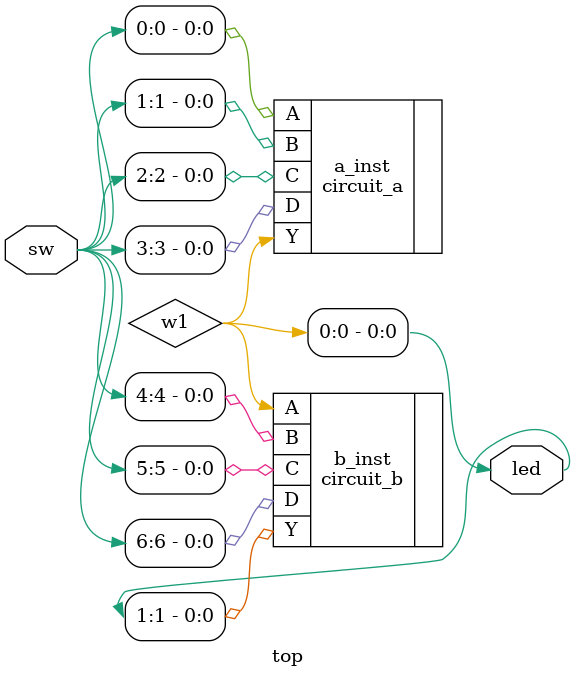
<source format=v>
module top(
    input [6:0]sw,
    output [1:0]led
);

    wire w1;
   circuit_a a_inst(
        .A(sw[0]),
        .B(sw[1]),
        .C(sw[2]),
        .D(sw[3]),
        .Y(w1)
   );
   assign led[0] = w1;
   circuit_b b_inst(
        .A(w1),
        .B(sw[4]),
        .C(sw[5]),
        .D(sw[6]),
        .Y(led[1])
   );   
   
endmodule
</source>
